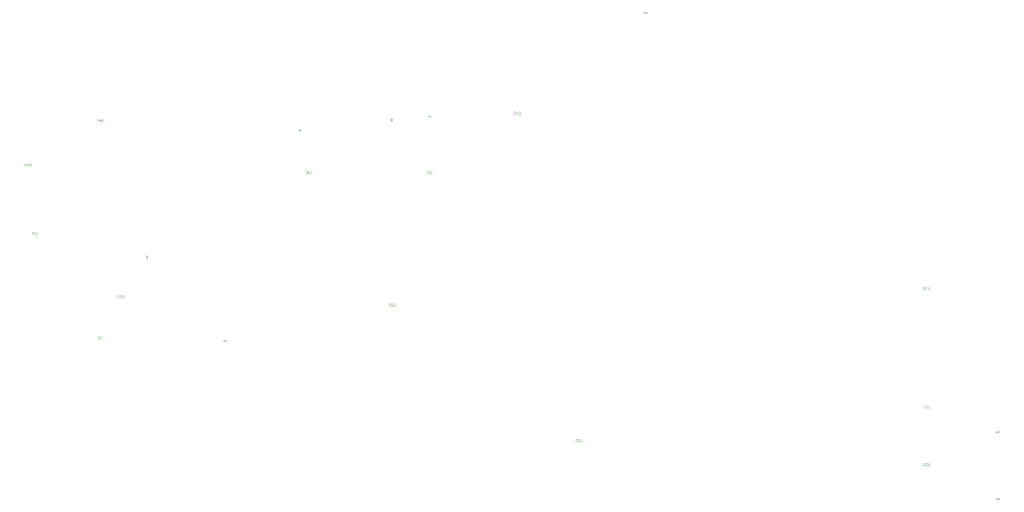
<source format=gbr>
%TF.GenerationSoftware,Altium Limited,Altium Designer,22.6.1 (34)*%
G04 Layer_Color=16711935*
%FSLAX26Y26*%
%MOIN*%
%TF.SameCoordinates,08F94D22-2ED8-4738-ABBF-34BB79D8E07D*%
%TF.FilePolarity,Positive*%
%TF.FileFunction,Other,Mechanical_1*%
%TF.Part,Single*%
G01*
G75*
%TA.AperFunction,NonConductor*%
%ADD250C,0.003937*%
%ADD254C,0.001968*%
%ADD391C,0.002362*%
D250*
X6395000Y5255994D02*
Y5282233D01*
X6400248Y5287480D01*
X6410743D01*
X6415991Y5282233D01*
Y5255994D01*
X6426486Y5287480D02*
X6436981D01*
X6431734D01*
Y5255994D01*
X6426486Y5261242D01*
X6452724D02*
X6457972Y5255994D01*
X6468467D01*
X6473715Y5261242D01*
Y5282233D01*
X6468467Y5287480D01*
X6457972D01*
X6452724Y5282233D01*
Y5261242D01*
X1786732Y2775068D02*
Y2748830D01*
X1781485Y2743583D01*
X1770989D01*
X1765742Y2748830D01*
Y2775068D01*
X1755246Y2743583D02*
X1744751D01*
X1749999D01*
Y2775068D01*
X1755246Y2769821D01*
X1961732Y3201032D02*
Y3223991D01*
X1966324Y3228583D01*
X1975507D01*
X1980099Y3223991D01*
Y3201032D01*
X2007649Y3228583D02*
X1989283D01*
X2007649Y3210216D01*
Y3205624D01*
X2003058Y3201032D01*
X1993874D01*
X1989283Y3205624D01*
X2016833D02*
X2021424Y3201032D01*
X2030608D01*
X2035199Y3205624D01*
Y3223991D01*
X2030608Y3228583D01*
X2021424D01*
X2016833Y3223991D01*
Y3205624D01*
X11055000Y3322550D02*
Y3299592D01*
X11050408Y3295000D01*
X11041225D01*
X11036633Y3299592D01*
Y3322550D01*
X11027450Y3317959D02*
X11022858Y3322550D01*
X11013675D01*
X11009083Y3317959D01*
Y3313367D01*
X11013675Y3308775D01*
X11018266D01*
X11013675D01*
X11009083Y3304183D01*
Y3299592D01*
X11013675Y3295000D01*
X11022858D01*
X11027450Y3299592D01*
X10981533Y3295000D02*
X10999900D01*
X10981533Y3313367D01*
Y3317959D01*
X10986124Y3322550D01*
X10995308D01*
X10999900Y3317959D01*
X11055000Y1347550D02*
Y1324592D01*
X11050408Y1320000D01*
X11041225D01*
X11036633Y1324592D01*
Y1347550D01*
X11027450Y1342958D02*
X11022858Y1347550D01*
X11013675D01*
X11009083Y1342958D01*
Y1338367D01*
X11013675Y1333775D01*
X11018266D01*
X11013675D01*
X11009083Y1329183D01*
Y1324592D01*
X11013675Y1320000D01*
X11022858D01*
X11027450Y1324592D01*
X10999900Y1342958D02*
X10995308Y1347550D01*
X10986124D01*
X10981533Y1342958D01*
Y1338367D01*
X10986124Y1333775D01*
X10990716D01*
X10986124D01*
X10981533Y1329183D01*
Y1324592D01*
X10986124Y1320000D01*
X10995308D01*
X10999900Y1324592D01*
X11055000Y1992550D02*
Y1969592D01*
X11050408Y1965000D01*
X11041225D01*
X11036633Y1969592D01*
Y1992550D01*
X11027450Y1965000D02*
X11018266D01*
X11022858D01*
Y1992550D01*
X11027450Y1987958D01*
X11004491Y1965000D02*
X10995308D01*
X10999900D01*
Y1992550D01*
X11004491Y1987958D01*
X7155000Y1617550D02*
Y1594592D01*
X7150408Y1590000D01*
X7141225D01*
X7136633Y1594592D01*
Y1617550D01*
X7109083Y1590000D02*
X7127450D01*
X7109083Y1608367D01*
Y1612958D01*
X7113675Y1617550D01*
X7122858D01*
X7127450Y1612958D01*
X7099900Y1590000D02*
X7090716D01*
X7095308D01*
Y1617550D01*
X7099900Y1612958D01*
X1740000Y5181386D02*
Y5201064D01*
X1743936Y5205000D01*
X1751807D01*
X1755743Y5201064D01*
Y5181386D01*
X1775422Y5205000D02*
Y5181386D01*
X1763614Y5193193D01*
X1779357D01*
X1802972Y5181386D02*
X1787229D01*
Y5193193D01*
X1795100Y5189257D01*
X1799036D01*
X1802972Y5193193D01*
Y5201064D01*
X1799036Y5205000D01*
X1791165D01*
X1787229Y5201064D01*
X925000Y4677450D02*
Y4700408D01*
X929592Y4705000D01*
X938775D01*
X943367Y4700408D01*
Y4677450D01*
X970917Y4705000D02*
X952550D01*
X970917Y4686633D01*
Y4682042D01*
X966325Y4677450D01*
X957142D01*
X952550Y4682042D01*
X998467Y4677450D02*
X989284Y4682042D01*
X980100Y4691225D01*
Y4700408D01*
X984692Y4705000D01*
X993875D01*
X998467Y4700408D01*
Y4695817D01*
X993875Y4691225D01*
X980100D01*
X5075000Y3137550D02*
Y3114592D01*
X5070408Y3110000D01*
X5061225D01*
X5056633Y3114592D01*
Y3137550D01*
X5029083Y3110000D02*
X5047450D01*
X5029083Y3128367D01*
Y3132959D01*
X5033675Y3137550D01*
X5042858D01*
X5047450Y3132959D01*
X5001533Y3137550D02*
X5019900D01*
Y3123775D01*
X5010716Y3128367D01*
X5006124D01*
X5001533Y3123775D01*
Y3114592D01*
X5006124Y3110000D01*
X5015308D01*
X5019900Y3114592D01*
X4130000Y4626486D02*
Y4600248D01*
X4124752Y4595000D01*
X4114257D01*
X4109009Y4600248D01*
Y4626486D01*
X4077523D02*
X4088019Y4621238D01*
X4098514Y4610743D01*
Y4600248D01*
X4093266Y4595000D01*
X4082771D01*
X4077523Y4600248D01*
Y4605495D01*
X4082771Y4610743D01*
X4098514D01*
X5430000Y4593514D02*
Y4619752D01*
X5435248Y4625000D01*
X5445743D01*
X5450991Y4619752D01*
Y4593514D01*
X5461486D02*
X5482476D01*
Y4598762D01*
X5461486Y4619752D01*
Y4625000D01*
X1065000Y3941486D02*
Y3915248D01*
X1059752Y3910000D01*
X1049257D01*
X1044009Y3915248D01*
Y3941486D01*
X1017771Y3910000D02*
Y3941486D01*
X1033514Y3925743D01*
X1012524D01*
D254*
X2302043Y3678189D02*
X2292204D01*
X2290236Y3676221D01*
Y3672285D01*
X2292204Y3670318D01*
X2302043D01*
X2290236Y3658510D02*
Y3666382D01*
X2298108Y3658510D01*
X2300075D01*
X2302043Y3660478D01*
Y3664414D01*
X2300075Y3666382D01*
X2290236Y3648671D02*
X2302043D01*
X2296140Y3654575D01*
Y3646703D01*
X5028193Y5180000D02*
X5038032D01*
X5040000Y5181968D01*
Y5185904D01*
X5038032Y5187872D01*
X5028193D01*
X5030161Y5191807D02*
X5028193Y5193775D01*
Y5197711D01*
X5030161Y5199679D01*
X5032128D01*
X5034096Y5197711D01*
Y5195743D01*
Y5197711D01*
X5036064Y5199679D01*
X5038032D01*
X5040000Y5197711D01*
Y5193775D01*
X5038032Y5191807D01*
X5028193Y5211486D02*
X5030161Y5207550D01*
X5034096Y5203614D01*
X5038032D01*
X5040000Y5205582D01*
Y5209518D01*
X5038032Y5211486D01*
X5036064D01*
X5034096Y5209518D01*
Y5203614D01*
X3150000Y2726807D02*
Y2716968D01*
X3151968Y2715000D01*
X3155904D01*
X3157872Y2716968D01*
Y2726807D01*
X3169679Y2715000D02*
X3161807D01*
X3169679Y2722872D01*
Y2724839D01*
X3167711Y2726807D01*
X3163775D01*
X3161807Y2724839D01*
X3181486Y2715000D02*
X3173614D01*
X3181486Y2722872D01*
Y2724839D01*
X3179518Y2726807D01*
X3175582D01*
X3173614Y2724839D01*
D391*
X3990000Y5074257D02*
Y5087376D01*
X3992624Y5090000D01*
X3997872D01*
X4000495Y5087376D01*
Y5074257D01*
X4005743Y5076881D02*
X4008367Y5074257D01*
X4013614D01*
X4016238Y5076881D01*
Y5079505D01*
X4013614Y5082128D01*
X4016238Y5084752D01*
Y5087376D01*
X4013614Y5090000D01*
X4008367D01*
X4005743Y5087376D01*
Y5084752D01*
X4008367Y5082128D01*
X4005743Y5079505D01*
Y5076881D01*
X4008367Y5082128D02*
X4013614D01*
X11795000Y1705743D02*
Y1692624D01*
X11797624Y1690000D01*
X11802871D01*
X11805495Y1692624D01*
Y1705743D01*
X11818614Y1690000D02*
Y1705743D01*
X11810743Y1697871D01*
X11821238D01*
X11826486Y1705743D02*
X11836981D01*
Y1703119D01*
X11826486Y1692624D01*
Y1690000D01*
X11795000Y955743D02*
Y942624D01*
X11797624Y940000D01*
X11802871D01*
X11805495Y942624D01*
Y955743D01*
X11818614Y940000D02*
Y955743D01*
X11810743Y947871D01*
X11821238D01*
X11836981Y955743D02*
X11831733Y953119D01*
X11826486Y947871D01*
Y942624D01*
X11829110Y940000D01*
X11834357D01*
X11836981Y942624D01*
Y945248D01*
X11834357Y947871D01*
X11826486D01*
X5470000Y5245743D02*
Y5232624D01*
X5467376Y5230000D01*
X5462128D01*
X5459505Y5232624D01*
Y5245743D01*
X5454257Y5232624D02*
X5451633Y5230000D01*
X5446386D01*
X5443762Y5232624D01*
Y5243119D01*
X5446386Y5245743D01*
X5451633D01*
X5454257Y5243119D01*
Y5240495D01*
X5451633Y5237872D01*
X5443762D01*
X7895000Y6389257D02*
Y6402376D01*
X7892376Y6405000D01*
X7887128D01*
X7884505Y6402376D01*
Y6389257D01*
X7871386Y6405000D02*
Y6389257D01*
X7879257Y6397128D01*
X7868762D01*
X7853019Y6405000D02*
X7863514D01*
X7853019Y6394505D01*
Y6391881D01*
X7855643Y6389257D01*
X7860890D01*
X7863514Y6391881D01*
%TF.MD5,54e5cdd71e3ffcc27278ffdc4b626cb1*%
M02*

</source>
